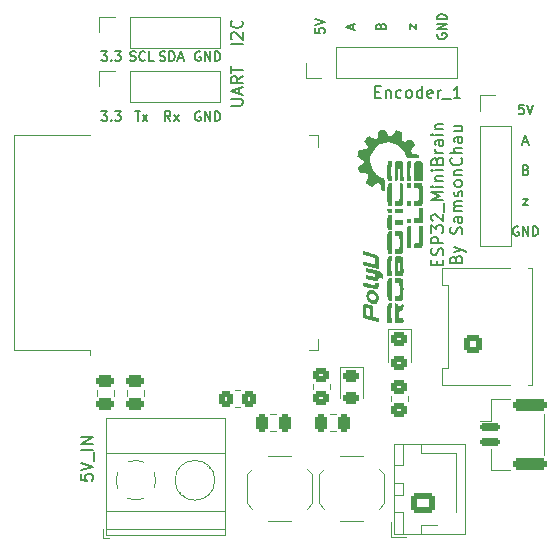
<source format=gto>
G04 #@! TF.GenerationSoftware,KiCad,Pcbnew,6.0.4-6f826c9f35~116~ubuntu18.04.1*
G04 #@! TF.CreationDate,2022-04-26T12:07:31+08:00*
G04 #@! TF.ProjectId,ESP32_CAN_TEST,45535033-325f-4434-914e-5f544553542e,rev?*
G04 #@! TF.SameCoordinates,Original*
G04 #@! TF.FileFunction,Legend,Top*
G04 #@! TF.FilePolarity,Positive*
%FSLAX46Y46*%
G04 Gerber Fmt 4.6, Leading zero omitted, Abs format (unit mm)*
G04 Created by KiCad (PCBNEW 6.0.4-6f826c9f35~116~ubuntu18.04.1) date 2022-04-26 12:07:31*
%MOMM*%
%LPD*%
G01*
G04 APERTURE LIST*
G04 Aperture macros list*
%AMRoundRect*
0 Rectangle with rounded corners*
0 $1 Rounding radius*
0 $2 $3 $4 $5 $6 $7 $8 $9 X,Y pos of 4 corners*
0 Add a 4 corners polygon primitive as box body*
4,1,4,$2,$3,$4,$5,$6,$7,$8,$9,$2,$3,0*
0 Add four circle primitives for the rounded corners*
1,1,$1+$1,$2,$3*
1,1,$1+$1,$4,$5*
1,1,$1+$1,$6,$7*
1,1,$1+$1,$8,$9*
0 Add four rect primitives between the rounded corners*
20,1,$1+$1,$2,$3,$4,$5,0*
20,1,$1+$1,$4,$5,$6,$7,0*
20,1,$1+$1,$6,$7,$8,$9,0*
20,1,$1+$1,$8,$9,$2,$3,0*%
G04 Aperture macros list end*
%ADD10C,0.150000*%
%ADD11C,0.120000*%
%ADD12RoundRect,0.250000X-0.475000X0.250000X-0.475000X-0.250000X0.475000X-0.250000X0.475000X0.250000X0*%
%ADD13RoundRect,0.243750X-0.456250X0.243750X-0.456250X-0.243750X0.456250X-0.243750X0.456250X0.243750X0*%
%ADD14C,1.200000*%
%ADD15RoundRect,0.250000X0.750000X-0.600000X0.750000X0.600000X-0.750000X0.600000X-0.750000X-0.600000X0*%
%ADD16O,2.000000X1.700000*%
%ADD17RoundRect,0.250000X-0.450000X0.325000X-0.450000X-0.325000X0.450000X-0.325000X0.450000X0.325000X0*%
%ADD18C,1.000000*%
%ADD19RoundRect,0.250001X0.499999X-0.499999X0.499999X0.499999X-0.499999X0.499999X-0.499999X-0.499999X0*%
%ADD20C,1.500000*%
%ADD21R,1.700000X1.700000*%
%ADD22O,1.700000X1.700000*%
%ADD23RoundRect,0.250000X-0.250000X-0.475000X0.250000X-0.475000X0.250000X0.475000X-0.250000X0.475000X0*%
%ADD24R,2.600000X2.600000*%
%ADD25C,2.600000*%
%ADD26RoundRect,0.150000X-0.700000X0.150000X-0.700000X-0.150000X0.700000X-0.150000X0.700000X0.150000X0*%
%ADD27RoundRect,0.250000X-1.150000X0.250000X-1.150000X-0.250000X1.150000X-0.250000X1.150000X0.250000X0*%
%ADD28R,1.000000X1.700000*%
%ADD29R,0.900000X2.000000*%
%ADD30R,2.000000X0.900000*%
%ADD31R,5.000000X5.000000*%
%ADD32RoundRect,0.250000X0.450000X-0.350000X0.450000X0.350000X-0.450000X0.350000X-0.450000X-0.350000X0*%
%ADD33RoundRect,0.250000X-0.450000X0.350000X-0.450000X-0.350000X0.450000X-0.350000X0.450000X0.350000X0*%
%ADD34RoundRect,0.250000X-0.350000X-0.450000X0.350000X-0.450000X0.350000X0.450000X-0.350000X0.450000X0*%
G04 APERTURE END LIST*
D10*
X120848380Y-44156190D02*
X119848380Y-44156190D01*
X119943619Y-43727619D02*
X119896000Y-43680000D01*
X119848380Y-43584761D01*
X119848380Y-43346666D01*
X119896000Y-43251428D01*
X119943619Y-43203809D01*
X120038857Y-43156190D01*
X120134095Y-43156190D01*
X120276952Y-43203809D01*
X120848380Y-43775238D01*
X120848380Y-43156190D01*
X120753142Y-42156190D02*
X120800761Y-42203809D01*
X120848380Y-42346666D01*
X120848380Y-42441904D01*
X120800761Y-42584761D01*
X120705523Y-42680000D01*
X120610285Y-42727619D01*
X120419809Y-42775238D01*
X120276952Y-42775238D01*
X120086476Y-42727619D01*
X119991238Y-42680000D01*
X119896000Y-42584761D01*
X119848380Y-42441904D01*
X119848380Y-42346666D01*
X119896000Y-42203809D01*
X119943619Y-42156190D01*
X113836571Y-45535809D02*
X113950857Y-45573904D01*
X114141333Y-45573904D01*
X114217523Y-45535809D01*
X114255619Y-45497714D01*
X114293714Y-45421523D01*
X114293714Y-45345333D01*
X114255619Y-45269142D01*
X114217523Y-45231047D01*
X114141333Y-45192952D01*
X113988952Y-45154857D01*
X113912761Y-45116761D01*
X113874666Y-45078666D01*
X113836571Y-45002476D01*
X113836571Y-44926285D01*
X113874666Y-44850095D01*
X113912761Y-44812000D01*
X113988952Y-44773904D01*
X114179428Y-44773904D01*
X114293714Y-44812000D01*
X114636571Y-45573904D02*
X114636571Y-44773904D01*
X114827047Y-44773904D01*
X114941333Y-44812000D01*
X115017523Y-44888190D01*
X115055619Y-44964380D01*
X115093714Y-45116761D01*
X115093714Y-45231047D01*
X115055619Y-45383428D01*
X115017523Y-45459619D01*
X114941333Y-45535809D01*
X114827047Y-45573904D01*
X114636571Y-45573904D01*
X115398476Y-45345333D02*
X115779428Y-45345333D01*
X115322285Y-45573904D02*
X115588952Y-44773904D01*
X115855619Y-45573904D01*
X108889904Y-49853904D02*
X109385142Y-49853904D01*
X109118476Y-50158666D01*
X109232761Y-50158666D01*
X109308952Y-50196761D01*
X109347047Y-50234857D01*
X109385142Y-50311047D01*
X109385142Y-50501523D01*
X109347047Y-50577714D01*
X109308952Y-50615809D01*
X109232761Y-50653904D01*
X109004190Y-50653904D01*
X108928000Y-50615809D01*
X108889904Y-50577714D01*
X109728000Y-50577714D02*
X109766095Y-50615809D01*
X109728000Y-50653904D01*
X109689904Y-50615809D01*
X109728000Y-50577714D01*
X109728000Y-50653904D01*
X110032761Y-49853904D02*
X110528000Y-49853904D01*
X110261333Y-50158666D01*
X110375619Y-50158666D01*
X110451809Y-50196761D01*
X110489904Y-50234857D01*
X110528000Y-50311047D01*
X110528000Y-50501523D01*
X110489904Y-50577714D01*
X110451809Y-50615809D01*
X110375619Y-50653904D01*
X110147047Y-50653904D01*
X110070857Y-50615809D01*
X110032761Y-50577714D01*
X119848380Y-49347238D02*
X120657904Y-49347238D01*
X120753142Y-49299619D01*
X120800761Y-49252000D01*
X120848380Y-49156761D01*
X120848380Y-48966285D01*
X120800761Y-48871047D01*
X120753142Y-48823428D01*
X120657904Y-48775809D01*
X119848380Y-48775809D01*
X120562666Y-48347238D02*
X120562666Y-47871047D01*
X120848380Y-48442476D02*
X119848380Y-48109142D01*
X120848380Y-47775809D01*
X120848380Y-46871047D02*
X120372190Y-47204380D01*
X120848380Y-47442476D02*
X119848380Y-47442476D01*
X119848380Y-47061523D01*
X119896000Y-46966285D01*
X119943619Y-46918666D01*
X120038857Y-46871047D01*
X120181714Y-46871047D01*
X120276952Y-46918666D01*
X120324571Y-46966285D01*
X120372190Y-47061523D01*
X120372190Y-47442476D01*
X119848380Y-46585333D02*
X119848380Y-46013904D01*
X120848380Y-46299619D02*
X119848380Y-46299619D01*
X117246476Y-44812000D02*
X117170285Y-44773904D01*
X117056000Y-44773904D01*
X116941714Y-44812000D01*
X116865523Y-44888190D01*
X116827428Y-44964380D01*
X116789333Y-45116761D01*
X116789333Y-45231047D01*
X116827428Y-45383428D01*
X116865523Y-45459619D01*
X116941714Y-45535809D01*
X117056000Y-45573904D01*
X117132190Y-45573904D01*
X117246476Y-45535809D01*
X117284571Y-45497714D01*
X117284571Y-45231047D01*
X117132190Y-45231047D01*
X117627428Y-45573904D02*
X117627428Y-44773904D01*
X118084571Y-45573904D01*
X118084571Y-44773904D01*
X118465523Y-45573904D02*
X118465523Y-44773904D01*
X118656000Y-44773904D01*
X118770285Y-44812000D01*
X118846476Y-44888190D01*
X118884571Y-44964380D01*
X118922666Y-45116761D01*
X118922666Y-45231047D01*
X118884571Y-45383428D01*
X118846476Y-45459619D01*
X118770285Y-45535809D01*
X118656000Y-45573904D01*
X118465523Y-45573904D01*
X114731809Y-50653904D02*
X114465142Y-50272952D01*
X114274666Y-50653904D02*
X114274666Y-49853904D01*
X114579428Y-49853904D01*
X114655619Y-49892000D01*
X114693714Y-49930095D01*
X114731809Y-50006285D01*
X114731809Y-50120571D01*
X114693714Y-50196761D01*
X114655619Y-50234857D01*
X114579428Y-50272952D01*
X114274666Y-50272952D01*
X114998476Y-50653904D02*
X115417523Y-50120571D01*
X114998476Y-50120571D02*
X115417523Y-50653904D01*
X137299571Y-62872190D02*
X137299571Y-62538857D01*
X137823380Y-62396000D02*
X137823380Y-62872190D01*
X136823380Y-62872190D01*
X136823380Y-62396000D01*
X137775761Y-62015047D02*
X137823380Y-61872190D01*
X137823380Y-61634095D01*
X137775761Y-61538857D01*
X137728142Y-61491238D01*
X137632904Y-61443619D01*
X137537666Y-61443619D01*
X137442428Y-61491238D01*
X137394809Y-61538857D01*
X137347190Y-61634095D01*
X137299571Y-61824571D01*
X137251952Y-61919809D01*
X137204333Y-61967428D01*
X137109095Y-62015047D01*
X137013857Y-62015047D01*
X136918619Y-61967428D01*
X136871000Y-61919809D01*
X136823380Y-61824571D01*
X136823380Y-61586476D01*
X136871000Y-61443619D01*
X137823380Y-61015047D02*
X136823380Y-61015047D01*
X136823380Y-60634095D01*
X136871000Y-60538857D01*
X136918619Y-60491238D01*
X137013857Y-60443619D01*
X137156714Y-60443619D01*
X137251952Y-60491238D01*
X137299571Y-60538857D01*
X137347190Y-60634095D01*
X137347190Y-61015047D01*
X136823380Y-60110285D02*
X136823380Y-59491238D01*
X137204333Y-59824571D01*
X137204333Y-59681714D01*
X137251952Y-59586476D01*
X137299571Y-59538857D01*
X137394809Y-59491238D01*
X137632904Y-59491238D01*
X137728142Y-59538857D01*
X137775761Y-59586476D01*
X137823380Y-59681714D01*
X137823380Y-59967428D01*
X137775761Y-60062666D01*
X137728142Y-60110285D01*
X136918619Y-59110285D02*
X136871000Y-59062666D01*
X136823380Y-58967428D01*
X136823380Y-58729333D01*
X136871000Y-58634095D01*
X136918619Y-58586476D01*
X137013857Y-58538857D01*
X137109095Y-58538857D01*
X137251952Y-58586476D01*
X137823380Y-59157904D01*
X137823380Y-58538857D01*
X137918619Y-58348380D02*
X137918619Y-57586476D01*
X137823380Y-57348380D02*
X136823380Y-57348380D01*
X137537666Y-57015047D01*
X136823380Y-56681714D01*
X137823380Y-56681714D01*
X137823380Y-56205523D02*
X137156714Y-56205523D01*
X136823380Y-56205523D02*
X136871000Y-56253142D01*
X136918619Y-56205523D01*
X136871000Y-56157904D01*
X136823380Y-56205523D01*
X136918619Y-56205523D01*
X137156714Y-55729333D02*
X137823380Y-55729333D01*
X137251952Y-55729333D02*
X137204333Y-55681714D01*
X137156714Y-55586476D01*
X137156714Y-55443619D01*
X137204333Y-55348380D01*
X137299571Y-55300761D01*
X137823380Y-55300761D01*
X137823380Y-54824571D02*
X137156714Y-54824571D01*
X136823380Y-54824571D02*
X136871000Y-54872190D01*
X136918619Y-54824571D01*
X136871000Y-54776952D01*
X136823380Y-54824571D01*
X136918619Y-54824571D01*
X137299571Y-54015047D02*
X137347190Y-53872190D01*
X137394809Y-53824571D01*
X137490047Y-53776952D01*
X137632904Y-53776952D01*
X137728142Y-53824571D01*
X137775761Y-53872190D01*
X137823380Y-53967428D01*
X137823380Y-54348380D01*
X136823380Y-54348380D01*
X136823380Y-54015047D01*
X136871000Y-53919809D01*
X136918619Y-53872190D01*
X137013857Y-53824571D01*
X137109095Y-53824571D01*
X137204333Y-53872190D01*
X137251952Y-53919809D01*
X137299571Y-54015047D01*
X137299571Y-54348380D01*
X137823380Y-53348380D02*
X137156714Y-53348380D01*
X137347190Y-53348380D02*
X137251952Y-53300761D01*
X137204333Y-53253142D01*
X137156714Y-53157904D01*
X137156714Y-53062666D01*
X137823380Y-52300761D02*
X137299571Y-52300761D01*
X137204333Y-52348380D01*
X137156714Y-52443619D01*
X137156714Y-52634095D01*
X137204333Y-52729333D01*
X137775761Y-52300761D02*
X137823380Y-52396000D01*
X137823380Y-52634095D01*
X137775761Y-52729333D01*
X137680523Y-52776952D01*
X137585285Y-52776952D01*
X137490047Y-52729333D01*
X137442428Y-52634095D01*
X137442428Y-52396000D01*
X137394809Y-52300761D01*
X137823380Y-51824571D02*
X137156714Y-51824571D01*
X136823380Y-51824571D02*
X136871000Y-51872190D01*
X136918619Y-51824571D01*
X136871000Y-51776952D01*
X136823380Y-51824571D01*
X136918619Y-51824571D01*
X137156714Y-51348380D02*
X137823380Y-51348380D01*
X137251952Y-51348380D02*
X137204333Y-51300761D01*
X137156714Y-51205523D01*
X137156714Y-51062666D01*
X137204333Y-50967428D01*
X137299571Y-50919809D01*
X137823380Y-50919809D01*
X138909571Y-62348380D02*
X138957190Y-62205523D01*
X139004809Y-62157904D01*
X139100047Y-62110285D01*
X139242904Y-62110285D01*
X139338142Y-62157904D01*
X139385761Y-62205523D01*
X139433380Y-62300761D01*
X139433380Y-62681714D01*
X138433380Y-62681714D01*
X138433380Y-62348380D01*
X138481000Y-62253142D01*
X138528619Y-62205523D01*
X138623857Y-62157904D01*
X138719095Y-62157904D01*
X138814333Y-62205523D01*
X138861952Y-62253142D01*
X138909571Y-62348380D01*
X138909571Y-62681714D01*
X138766714Y-61776952D02*
X139433380Y-61538857D01*
X138766714Y-61300761D02*
X139433380Y-61538857D01*
X139671476Y-61634095D01*
X139719095Y-61681714D01*
X139766714Y-61776952D01*
X139385761Y-60205523D02*
X139433380Y-60062666D01*
X139433380Y-59824571D01*
X139385761Y-59729333D01*
X139338142Y-59681714D01*
X139242904Y-59634095D01*
X139147666Y-59634095D01*
X139052428Y-59681714D01*
X139004809Y-59729333D01*
X138957190Y-59824571D01*
X138909571Y-60015047D01*
X138861952Y-60110285D01*
X138814333Y-60157904D01*
X138719095Y-60205523D01*
X138623857Y-60205523D01*
X138528619Y-60157904D01*
X138481000Y-60110285D01*
X138433380Y-60015047D01*
X138433380Y-59776952D01*
X138481000Y-59634095D01*
X139433380Y-58776952D02*
X138909571Y-58776952D01*
X138814333Y-58824571D01*
X138766714Y-58919809D01*
X138766714Y-59110285D01*
X138814333Y-59205523D01*
X139385761Y-58776952D02*
X139433380Y-58872190D01*
X139433380Y-59110285D01*
X139385761Y-59205523D01*
X139290523Y-59253142D01*
X139195285Y-59253142D01*
X139100047Y-59205523D01*
X139052428Y-59110285D01*
X139052428Y-58872190D01*
X139004809Y-58776952D01*
X139433380Y-58300761D02*
X138766714Y-58300761D01*
X138861952Y-58300761D02*
X138814333Y-58253142D01*
X138766714Y-58157904D01*
X138766714Y-58015047D01*
X138814333Y-57919809D01*
X138909571Y-57872190D01*
X139433380Y-57872190D01*
X138909571Y-57872190D02*
X138814333Y-57824571D01*
X138766714Y-57729333D01*
X138766714Y-57586476D01*
X138814333Y-57491238D01*
X138909571Y-57443619D01*
X139433380Y-57443619D01*
X139385761Y-57015047D02*
X139433380Y-56919809D01*
X139433380Y-56729333D01*
X139385761Y-56634095D01*
X139290523Y-56586476D01*
X139242904Y-56586476D01*
X139147666Y-56634095D01*
X139100047Y-56729333D01*
X139100047Y-56872190D01*
X139052428Y-56967428D01*
X138957190Y-57015047D01*
X138909571Y-57015047D01*
X138814333Y-56967428D01*
X138766714Y-56872190D01*
X138766714Y-56729333D01*
X138814333Y-56634095D01*
X139433380Y-56015047D02*
X139385761Y-56110285D01*
X139338142Y-56157904D01*
X139242904Y-56205523D01*
X138957190Y-56205523D01*
X138861952Y-56157904D01*
X138814333Y-56110285D01*
X138766714Y-56015047D01*
X138766714Y-55872190D01*
X138814333Y-55776952D01*
X138861952Y-55729333D01*
X138957190Y-55681714D01*
X139242904Y-55681714D01*
X139338142Y-55729333D01*
X139385761Y-55776952D01*
X139433380Y-55872190D01*
X139433380Y-56015047D01*
X138766714Y-55253142D02*
X139433380Y-55253142D01*
X138861952Y-55253142D02*
X138814333Y-55205523D01*
X138766714Y-55110285D01*
X138766714Y-54967428D01*
X138814333Y-54872190D01*
X138909571Y-54824571D01*
X139433380Y-54824571D01*
X139338142Y-53776952D02*
X139385761Y-53824571D01*
X139433380Y-53967428D01*
X139433380Y-54062666D01*
X139385761Y-54205523D01*
X139290523Y-54300761D01*
X139195285Y-54348380D01*
X139004809Y-54396000D01*
X138861952Y-54396000D01*
X138671476Y-54348380D01*
X138576238Y-54300761D01*
X138481000Y-54205523D01*
X138433380Y-54062666D01*
X138433380Y-53967428D01*
X138481000Y-53824571D01*
X138528619Y-53776952D01*
X139433380Y-53348380D02*
X138433380Y-53348380D01*
X139433380Y-52919809D02*
X138909571Y-52919809D01*
X138814333Y-52967428D01*
X138766714Y-53062666D01*
X138766714Y-53205523D01*
X138814333Y-53300761D01*
X138861952Y-53348380D01*
X139433380Y-52015047D02*
X138909571Y-52015047D01*
X138814333Y-52062666D01*
X138766714Y-52157904D01*
X138766714Y-52348380D01*
X138814333Y-52443619D01*
X139385761Y-52015047D02*
X139433380Y-52110285D01*
X139433380Y-52348380D01*
X139385761Y-52443619D01*
X139290523Y-52491238D01*
X139195285Y-52491238D01*
X139100047Y-52443619D01*
X139052428Y-52348380D01*
X139052428Y-52110285D01*
X139004809Y-52015047D01*
X138766714Y-51110285D02*
X139433380Y-51110285D01*
X138766714Y-51538857D02*
X139290523Y-51538857D01*
X139385761Y-51491238D01*
X139433380Y-51396000D01*
X139433380Y-51253142D01*
X139385761Y-51157904D01*
X139338142Y-51110285D01*
X111315619Y-45535809D02*
X111429904Y-45573904D01*
X111620380Y-45573904D01*
X111696571Y-45535809D01*
X111734666Y-45497714D01*
X111772761Y-45421523D01*
X111772761Y-45345333D01*
X111734666Y-45269142D01*
X111696571Y-45231047D01*
X111620380Y-45192952D01*
X111468000Y-45154857D01*
X111391809Y-45116761D01*
X111353714Y-45078666D01*
X111315619Y-45002476D01*
X111315619Y-44926285D01*
X111353714Y-44850095D01*
X111391809Y-44812000D01*
X111468000Y-44773904D01*
X111658476Y-44773904D01*
X111772761Y-44812000D01*
X112572761Y-45497714D02*
X112534666Y-45535809D01*
X112420380Y-45573904D01*
X112344190Y-45573904D01*
X112229904Y-45535809D01*
X112153714Y-45459619D01*
X112115619Y-45383428D01*
X112077523Y-45231047D01*
X112077523Y-45116761D01*
X112115619Y-44964380D01*
X112153714Y-44888190D01*
X112229904Y-44812000D01*
X112344190Y-44773904D01*
X112420380Y-44773904D01*
X112534666Y-44812000D01*
X112572761Y-44850095D01*
X113296571Y-45573904D02*
X112915619Y-45573904D01*
X112915619Y-44773904D01*
X126997904Y-42824380D02*
X126997904Y-43205333D01*
X127378857Y-43243428D01*
X127340761Y-43205333D01*
X127302666Y-43129142D01*
X127302666Y-42938666D01*
X127340761Y-42862476D01*
X127378857Y-42824380D01*
X127455047Y-42786285D01*
X127645523Y-42786285D01*
X127721714Y-42824380D01*
X127759809Y-42862476D01*
X127797904Y-42938666D01*
X127797904Y-43129142D01*
X127759809Y-43205333D01*
X127721714Y-43243428D01*
X126997904Y-42557714D02*
X127797904Y-42291047D01*
X126997904Y-42024380D01*
X130145333Y-42862476D02*
X130145333Y-42481523D01*
X130373904Y-42938666D02*
X129573904Y-42672000D01*
X130373904Y-42405333D01*
X132530857Y-42614857D02*
X132568952Y-42500571D01*
X132607047Y-42462476D01*
X132683238Y-42424380D01*
X132797523Y-42424380D01*
X132873714Y-42462476D01*
X132911809Y-42500571D01*
X132949904Y-42576761D01*
X132949904Y-42881523D01*
X132149904Y-42881523D01*
X132149904Y-42614857D01*
X132188000Y-42538666D01*
X132226095Y-42500571D01*
X132302285Y-42462476D01*
X132378476Y-42462476D01*
X132454666Y-42500571D01*
X132492761Y-42538666D01*
X132530857Y-42614857D01*
X132530857Y-42881523D01*
X134992571Y-42881523D02*
X134992571Y-42462476D01*
X135525904Y-42881523D01*
X135525904Y-42462476D01*
X137340000Y-43281523D02*
X137301904Y-43357714D01*
X137301904Y-43472000D01*
X137340000Y-43586285D01*
X137416190Y-43662476D01*
X137492380Y-43700571D01*
X137644761Y-43738666D01*
X137759047Y-43738666D01*
X137911428Y-43700571D01*
X137987619Y-43662476D01*
X138063809Y-43586285D01*
X138101904Y-43472000D01*
X138101904Y-43395809D01*
X138063809Y-43281523D01*
X138025714Y-43243428D01*
X137759047Y-43243428D01*
X137759047Y-43395809D01*
X138101904Y-42900571D02*
X137301904Y-42900571D01*
X138101904Y-42443428D01*
X137301904Y-42443428D01*
X138101904Y-42062476D02*
X137301904Y-42062476D01*
X137301904Y-41872000D01*
X137340000Y-41757714D01*
X137416190Y-41681523D01*
X137492380Y-41643428D01*
X137644761Y-41605333D01*
X137759047Y-41605333D01*
X137911428Y-41643428D01*
X137987619Y-41681523D01*
X138063809Y-41757714D01*
X138101904Y-41872000D01*
X138101904Y-42062476D01*
X108889904Y-44773904D02*
X109385142Y-44773904D01*
X109118476Y-45078666D01*
X109232761Y-45078666D01*
X109308952Y-45116761D01*
X109347047Y-45154857D01*
X109385142Y-45231047D01*
X109385142Y-45421523D01*
X109347047Y-45497714D01*
X109308952Y-45535809D01*
X109232761Y-45573904D01*
X109004190Y-45573904D01*
X108928000Y-45535809D01*
X108889904Y-45497714D01*
X109728000Y-45497714D02*
X109766095Y-45535809D01*
X109728000Y-45573904D01*
X109689904Y-45535809D01*
X109728000Y-45497714D01*
X109728000Y-45573904D01*
X110032761Y-44773904D02*
X110528000Y-44773904D01*
X110261333Y-45078666D01*
X110375619Y-45078666D01*
X110451809Y-45116761D01*
X110489904Y-45154857D01*
X110528000Y-45231047D01*
X110528000Y-45421523D01*
X110489904Y-45497714D01*
X110451809Y-45535809D01*
X110375619Y-45573904D01*
X110147047Y-45573904D01*
X110070857Y-45535809D01*
X110032761Y-45497714D01*
X107148380Y-80581333D02*
X107148380Y-81057523D01*
X107624571Y-81105142D01*
X107576952Y-81057523D01*
X107529333Y-80962285D01*
X107529333Y-80724190D01*
X107576952Y-80628952D01*
X107624571Y-80581333D01*
X107719809Y-80533714D01*
X107957904Y-80533714D01*
X108053142Y-80581333D01*
X108100761Y-80628952D01*
X108148380Y-80724190D01*
X108148380Y-80962285D01*
X108100761Y-81057523D01*
X108053142Y-81105142D01*
X107148380Y-80248000D02*
X108148380Y-79914666D01*
X107148380Y-79581333D01*
X108243619Y-79486095D02*
X108243619Y-78724190D01*
X108148380Y-78486095D02*
X107148380Y-78486095D01*
X108148380Y-78009904D02*
X107148380Y-78009904D01*
X108148380Y-77438476D01*
X107148380Y-77438476D01*
X132040761Y-48188571D02*
X132374095Y-48188571D01*
X132516952Y-48712380D02*
X132040761Y-48712380D01*
X132040761Y-47712380D01*
X132516952Y-47712380D01*
X132945523Y-48045714D02*
X132945523Y-48712380D01*
X132945523Y-48140952D02*
X132993142Y-48093333D01*
X133088380Y-48045714D01*
X133231238Y-48045714D01*
X133326476Y-48093333D01*
X133374095Y-48188571D01*
X133374095Y-48712380D01*
X134278857Y-48664761D02*
X134183619Y-48712380D01*
X133993142Y-48712380D01*
X133897904Y-48664761D01*
X133850285Y-48617142D01*
X133802666Y-48521904D01*
X133802666Y-48236190D01*
X133850285Y-48140952D01*
X133897904Y-48093333D01*
X133993142Y-48045714D01*
X134183619Y-48045714D01*
X134278857Y-48093333D01*
X134850285Y-48712380D02*
X134755047Y-48664761D01*
X134707428Y-48617142D01*
X134659809Y-48521904D01*
X134659809Y-48236190D01*
X134707428Y-48140952D01*
X134755047Y-48093333D01*
X134850285Y-48045714D01*
X134993142Y-48045714D01*
X135088380Y-48093333D01*
X135136000Y-48140952D01*
X135183619Y-48236190D01*
X135183619Y-48521904D01*
X135136000Y-48617142D01*
X135088380Y-48664761D01*
X134993142Y-48712380D01*
X134850285Y-48712380D01*
X136040761Y-48712380D02*
X136040761Y-47712380D01*
X136040761Y-48664761D02*
X135945523Y-48712380D01*
X135755047Y-48712380D01*
X135659809Y-48664761D01*
X135612190Y-48617142D01*
X135564571Y-48521904D01*
X135564571Y-48236190D01*
X135612190Y-48140952D01*
X135659809Y-48093333D01*
X135755047Y-48045714D01*
X135945523Y-48045714D01*
X136040761Y-48093333D01*
X136897904Y-48664761D02*
X136802666Y-48712380D01*
X136612190Y-48712380D01*
X136516952Y-48664761D01*
X136469333Y-48569523D01*
X136469333Y-48188571D01*
X136516952Y-48093333D01*
X136612190Y-48045714D01*
X136802666Y-48045714D01*
X136897904Y-48093333D01*
X136945523Y-48188571D01*
X136945523Y-48283809D01*
X136469333Y-48379047D01*
X137374095Y-48712380D02*
X137374095Y-48045714D01*
X137374095Y-48236190D02*
X137421714Y-48140952D01*
X137469333Y-48093333D01*
X137564571Y-48045714D01*
X137659809Y-48045714D01*
X137755047Y-48807619D02*
X138516952Y-48807619D01*
X139278857Y-48712380D02*
X138707428Y-48712380D01*
X138993142Y-48712380D02*
X138993142Y-47712380D01*
X138897904Y-47855238D01*
X138802666Y-47950476D01*
X138707428Y-47998095D01*
X117246476Y-49892000D02*
X117170285Y-49853904D01*
X117056000Y-49853904D01*
X116941714Y-49892000D01*
X116865523Y-49968190D01*
X116827428Y-50044380D01*
X116789333Y-50196761D01*
X116789333Y-50311047D01*
X116827428Y-50463428D01*
X116865523Y-50539619D01*
X116941714Y-50615809D01*
X117056000Y-50653904D01*
X117132190Y-50653904D01*
X117246476Y-50615809D01*
X117284571Y-50577714D01*
X117284571Y-50311047D01*
X117132190Y-50311047D01*
X117627428Y-50653904D02*
X117627428Y-49853904D01*
X118084571Y-50653904D01*
X118084571Y-49853904D01*
X118465523Y-50653904D02*
X118465523Y-49853904D01*
X118656000Y-49853904D01*
X118770285Y-49892000D01*
X118846476Y-49968190D01*
X118884571Y-50044380D01*
X118922666Y-50196761D01*
X118922666Y-50311047D01*
X118884571Y-50463428D01*
X118846476Y-50539619D01*
X118770285Y-50615809D01*
X118656000Y-50653904D01*
X118465523Y-50653904D01*
X144627619Y-49273904D02*
X144246666Y-49273904D01*
X144208571Y-49654857D01*
X144246666Y-49616761D01*
X144322857Y-49578666D01*
X144513333Y-49578666D01*
X144589523Y-49616761D01*
X144627619Y-49654857D01*
X144665714Y-49731047D01*
X144665714Y-49921523D01*
X144627619Y-49997714D01*
X144589523Y-50035809D01*
X144513333Y-50073904D01*
X144322857Y-50073904D01*
X144246666Y-50035809D01*
X144208571Y-49997714D01*
X144894285Y-49273904D02*
X145160952Y-50073904D01*
X145427619Y-49273904D01*
X144589523Y-52421333D02*
X144970476Y-52421333D01*
X144513333Y-52649904D02*
X144780000Y-51849904D01*
X145046666Y-52649904D01*
X144837142Y-54806857D02*
X144951428Y-54844952D01*
X144989523Y-54883047D01*
X145027619Y-54959238D01*
X145027619Y-55073523D01*
X144989523Y-55149714D01*
X144951428Y-55187809D01*
X144875238Y-55225904D01*
X144570476Y-55225904D01*
X144570476Y-54425904D01*
X144837142Y-54425904D01*
X144913333Y-54464000D01*
X144951428Y-54502095D01*
X144989523Y-54578285D01*
X144989523Y-54654476D01*
X144951428Y-54730666D01*
X144913333Y-54768761D01*
X144837142Y-54806857D01*
X144570476Y-54806857D01*
X144570476Y-57268571D02*
X144989523Y-57268571D01*
X144570476Y-57801904D01*
X144989523Y-57801904D01*
X144170476Y-59616000D02*
X144094285Y-59577904D01*
X143980000Y-59577904D01*
X143865714Y-59616000D01*
X143789523Y-59692190D01*
X143751428Y-59768380D01*
X143713333Y-59920761D01*
X143713333Y-60035047D01*
X143751428Y-60187428D01*
X143789523Y-60263619D01*
X143865714Y-60339809D01*
X143980000Y-60377904D01*
X144056190Y-60377904D01*
X144170476Y-60339809D01*
X144208571Y-60301714D01*
X144208571Y-60035047D01*
X144056190Y-60035047D01*
X144551428Y-60377904D02*
X144551428Y-59577904D01*
X145008571Y-60377904D01*
X145008571Y-59577904D01*
X145389523Y-60377904D02*
X145389523Y-59577904D01*
X145580000Y-59577904D01*
X145694285Y-59616000D01*
X145770476Y-59692190D01*
X145808571Y-59768380D01*
X145846666Y-59920761D01*
X145846666Y-60035047D01*
X145808571Y-60187428D01*
X145770476Y-60263619D01*
X145694285Y-60339809D01*
X145580000Y-60377904D01*
X145389523Y-60377904D01*
X111715619Y-49853904D02*
X112172761Y-49853904D01*
X111944190Y-50653904D02*
X111944190Y-49853904D01*
X112363238Y-50653904D02*
X112782285Y-50120571D01*
X112363238Y-50120571D02*
X112782285Y-50653904D01*
D11*
X111025000Y-73398748D02*
X111025000Y-73921252D01*
X112495000Y-73398748D02*
X112495000Y-73921252D01*
G36*
X133508391Y-54275712D02*
G01*
X133502762Y-54413680D01*
X133484684Y-54498540D01*
X133460587Y-54534245D01*
X133438022Y-54568139D01*
X133423430Y-54632198D01*
X133415473Y-54737124D01*
X133412810Y-54893619D01*
X133412783Y-54916200D01*
X133414904Y-55079551D01*
X133422160Y-55190058D01*
X133435892Y-55258423D01*
X133457437Y-55295349D01*
X133460587Y-55298155D01*
X133491070Y-55352151D01*
X133506109Y-55455404D01*
X133508391Y-55542438D01*
X133508391Y-55747096D01*
X133341851Y-55737475D01*
X133267627Y-55731347D01*
X133210005Y-55717725D01*
X133166877Y-55689336D01*
X133136137Y-55638901D01*
X133115678Y-55559145D01*
X133103393Y-55442792D01*
X133097174Y-55282565D01*
X133094915Y-55071189D01*
X133094558Y-54883496D01*
X133094961Y-54633108D01*
X133098046Y-54439171D01*
X133106047Y-54294477D01*
X133121199Y-54191820D01*
X133145735Y-54123992D01*
X133181891Y-54083786D01*
X133231900Y-54063995D01*
X133297996Y-54057412D01*
X133350851Y-54056802D01*
X133508391Y-54056802D01*
X133508391Y-54275712D01*
G37*
G36*
X131375264Y-67435679D02*
G01*
X131243852Y-67398586D01*
X131154157Y-67370004D01*
X131121287Y-67356116D01*
X131070499Y-67313507D01*
X131034300Y-67252324D01*
X131010488Y-67162479D01*
X130996863Y-67033882D01*
X130991221Y-66856445D01*
X130990700Y-66757746D01*
X130991310Y-66588495D01*
X130994532Y-66470055D01*
X130994624Y-66469123D01*
X131309395Y-66469123D01*
X131309395Y-67096202D01*
X131452808Y-67128978D01*
X131596221Y-67161755D01*
X131596221Y-66850020D01*
X131594829Y-66704475D01*
X131589301Y-66610650D01*
X131577605Y-66556641D01*
X131557709Y-66530544D01*
X131540449Y-66523183D01*
X131466850Y-66504762D01*
X131397036Y-66488602D01*
X131309395Y-66469123D01*
X130994624Y-66469123D01*
X131002452Y-66389583D01*
X131017158Y-66334233D01*
X131040736Y-66291160D01*
X131073207Y-66249971D01*
X131139487Y-66189758D01*
X131220430Y-66158080D01*
X131328525Y-66153651D01*
X131476258Y-66175188D01*
X131579835Y-66197848D01*
X131702708Y-66231405D01*
X131791402Y-66272270D01*
X131851413Y-66330663D01*
X131888236Y-66416807D01*
X131907368Y-66540919D01*
X131914304Y-66713222D01*
X131914916Y-66821009D01*
X131914916Y-67231792D01*
X132036163Y-67264399D01*
X132146802Y-67292237D01*
X132252248Y-67315932D01*
X132259249Y-67317349D01*
X132317766Y-67332416D01*
X132348051Y-67359138D01*
X132359394Y-67415173D01*
X132361089Y-67510920D01*
X132358496Y-67610223D01*
X132347574Y-67659152D01*
X132323611Y-67670891D01*
X132305317Y-67666949D01*
X132256892Y-67654097D01*
X132157912Y-67629340D01*
X132019835Y-67595492D01*
X131854117Y-67555367D01*
X131716573Y-67522365D01*
X131596221Y-67492693D01*
X131536726Y-67478025D01*
X131375264Y-67435679D01*
G37*
G36*
X133508391Y-62313171D02*
G01*
X133503915Y-62434909D01*
X133488835Y-62505002D01*
X133460674Y-62534946D01*
X133460587Y-62534979D01*
X133440093Y-62553850D01*
X133426198Y-62598510D01*
X133417773Y-62678816D01*
X133413687Y-62804627D01*
X133412783Y-62952169D01*
X133413907Y-63120950D01*
X133418044Y-63235662D01*
X133426340Y-63305871D01*
X133439941Y-63341140D01*
X133459993Y-63351033D01*
X133460587Y-63351037D01*
X133487401Y-63364850D01*
X133502305Y-63414204D01*
X133508041Y-63510975D01*
X133508391Y-63557930D01*
X133508391Y-63764822D01*
X133094088Y-63764822D01*
X133094088Y-63007994D01*
X133094501Y-62745780D01*
X133097058Y-62540306D01*
X133103736Y-62384657D01*
X133116513Y-62271915D01*
X133137366Y-62195161D01*
X133168271Y-62147479D01*
X133211207Y-62121952D01*
X133268149Y-62111661D01*
X133341077Y-62109690D01*
X133350851Y-62109684D01*
X133508391Y-62109684D01*
X133508391Y-62313171D01*
G37*
G36*
X135133736Y-59308682D02*
G01*
X134946503Y-59308682D01*
X134841559Y-59306957D01*
X134783567Y-59296608D01*
X134755745Y-59269868D01*
X134741313Y-59218973D01*
X134740148Y-59213193D01*
X134732340Y-59107261D01*
X134740148Y-59022215D01*
X134754211Y-58968870D01*
X134780215Y-58940351D01*
X134834941Y-58928893D01*
X134935169Y-58926731D01*
X134946503Y-58926727D01*
X135133736Y-58926727D01*
X135133736Y-59308682D01*
G37*
G36*
X133835054Y-66094322D02*
G01*
X133915424Y-66116016D01*
X133971773Y-66173995D01*
X133995183Y-66215699D01*
X134039731Y-66284064D01*
X134080771Y-66316651D01*
X134089597Y-66316890D01*
X134134652Y-66293467D01*
X134211142Y-66243762D01*
X134275405Y-66198212D01*
X134358274Y-66143091D01*
X134420405Y-66112127D01*
X134443914Y-66110283D01*
X134455929Y-66153210D01*
X134462315Y-66237665D01*
X134463263Y-66341782D01*
X134458962Y-66443698D01*
X134449603Y-66521547D01*
X134440087Y-66550091D01*
X134404178Y-66584016D01*
X134331936Y-66642911D01*
X134238619Y-66714361D01*
X134233423Y-66718227D01*
X134050173Y-66854353D01*
X134050173Y-67329734D01*
X134237980Y-67329734D01*
X134353170Y-67334527D01*
X134418167Y-67351006D01*
X134445132Y-67380082D01*
X134458284Y-67446008D01*
X134463743Y-67538370D01*
X134461647Y-67632134D01*
X134452136Y-67702268D01*
X134443230Y-67722299D01*
X134404475Y-67730940D01*
X134316033Y-67737886D01*
X134191951Y-67742322D01*
X134076731Y-67743519D01*
X133731478Y-67743519D01*
X133731478Y-66084347D01*
X133835054Y-66094322D01*
G37*
G36*
X135133736Y-60465156D02*
G01*
X135133039Y-60702851D01*
X135131065Y-60919675D01*
X135127996Y-61107518D01*
X135124013Y-61258273D01*
X135119296Y-61363831D01*
X135114024Y-61416085D01*
X135112490Y-61420043D01*
X135053545Y-61441529D01*
X134965323Y-61438564D01*
X134875654Y-61414975D01*
X134816819Y-61379379D01*
X134785807Y-61342339D01*
X134761811Y-61295498D01*
X134744117Y-61231131D01*
X134732014Y-61141518D01*
X134724790Y-61018935D01*
X134721733Y-60855661D01*
X134722130Y-60643973D01*
X134725143Y-60385109D01*
X134728873Y-60150713D01*
X134733048Y-59971543D01*
X134738428Y-59839165D01*
X134745772Y-59745146D01*
X134755842Y-59681052D01*
X134769398Y-59638451D01*
X134787200Y-59608910D01*
X134796079Y-59598420D01*
X134868218Y-59549033D01*
X134975557Y-59531745D01*
X134995263Y-59531489D01*
X135133736Y-59531489D01*
X135133736Y-60465156D01*
G37*
G36*
X133508391Y-61886877D02*
G01*
X133350851Y-61886877D01*
X133277913Y-61885706D01*
X133220289Y-61877719D01*
X133176173Y-61856205D01*
X133143762Y-61814455D01*
X133121251Y-61745758D01*
X133106836Y-61643405D01*
X133098712Y-61500684D01*
X133095076Y-61310886D01*
X133094122Y-61067300D01*
X133094088Y-60931990D01*
X133094403Y-60660739D01*
X133096550Y-60446437D01*
X133102335Y-60282373D01*
X133113562Y-60161838D01*
X133132034Y-60078121D01*
X133159556Y-60024512D01*
X133197933Y-59994301D01*
X133248968Y-59980778D01*
X133314467Y-59977231D01*
X133350851Y-59977103D01*
X133508391Y-59977103D01*
X133508391Y-61886877D01*
G37*
G36*
X133715543Y-63748907D02*
G01*
X133715543Y-62996240D01*
X133715550Y-62970961D01*
X134018304Y-62970961D01*
X134019888Y-63139309D01*
X134025277Y-63252603D01*
X134035427Y-63319382D01*
X134051291Y-63348187D01*
X134060796Y-63351037D01*
X134114998Y-63336899D01*
X134124535Y-63329818D01*
X134136172Y-63286814D01*
X134143131Y-63197038D01*
X134145700Y-63077183D01*
X134144163Y-62943941D01*
X134138807Y-62814006D01*
X134129917Y-62704071D01*
X134117780Y-62630828D01*
X134112313Y-62615973D01*
X134077386Y-62569747D01*
X134051017Y-62579269D01*
X134032713Y-62646411D01*
X134021976Y-62773046D01*
X134018310Y-62961046D01*
X134018304Y-62970961D01*
X133715550Y-62970961D01*
X133715617Y-62735816D01*
X133717756Y-62532093D01*
X133724833Y-62378117D01*
X133739724Y-62266936D01*
X133765302Y-62191597D01*
X133804442Y-62145146D01*
X133860019Y-62120631D01*
X133934906Y-62111098D01*
X134031979Y-62109594D01*
X134082043Y-62109684D01*
X134189590Y-62109909D01*
X134273691Y-62115239D01*
X134337331Y-62132655D01*
X134383498Y-62169138D01*
X134415180Y-62231671D01*
X134435364Y-62327234D01*
X134447038Y-62462809D01*
X134453189Y-62645377D01*
X134456803Y-62881921D01*
X134458149Y-62988641D01*
X134460678Y-63232635D01*
X134460976Y-63419985D01*
X134458730Y-63557678D01*
X134453628Y-63652701D01*
X134445359Y-63712040D01*
X134433609Y-63742681D01*
X134424125Y-63750455D01*
X134375420Y-63756594D01*
X134278630Y-63759882D01*
X134149357Y-63760005D01*
X134060796Y-63758290D01*
X134048019Y-63758042D01*
X133715543Y-63748907D01*
G37*
G36*
X133508391Y-57844521D02*
G01*
X133350851Y-57844521D01*
X133277129Y-57843245D01*
X133219070Y-57834888D01*
X133174803Y-57812661D01*
X133142459Y-57769771D01*
X133120166Y-57699428D01*
X133106055Y-57594841D01*
X133098254Y-57449218D01*
X133094894Y-57255769D01*
X133094103Y-57007701D01*
X133094088Y-56912289D01*
X133094666Y-56637602D01*
X133097664Y-56419936D01*
X133104974Y-56252656D01*
X133118492Y-56129125D01*
X133140110Y-56042709D01*
X133171724Y-55986771D01*
X133215226Y-55954675D01*
X133272510Y-55939786D01*
X133345471Y-55935469D01*
X133372946Y-55935234D01*
X133508391Y-55934747D01*
X133508391Y-57844521D01*
G37*
G36*
X133508391Y-65865574D02*
G01*
X133350851Y-65865574D01*
X133277129Y-65864297D01*
X133219070Y-65855941D01*
X133174803Y-65833714D01*
X133142459Y-65790824D01*
X133120166Y-65720481D01*
X133106055Y-65615894D01*
X133098254Y-65470271D01*
X133094894Y-65276821D01*
X133094103Y-65028754D01*
X133094088Y-64933341D01*
X133094666Y-64658654D01*
X133097664Y-64440989D01*
X133104974Y-64273708D01*
X133118492Y-64150178D01*
X133140110Y-64063761D01*
X133171724Y-64007823D01*
X133215226Y-63975728D01*
X133272510Y-63960839D01*
X133345471Y-63956521D01*
X133372946Y-63956287D01*
X133508391Y-63955799D01*
X133508391Y-65865574D01*
G37*
G36*
X133501085Y-59217491D02*
G01*
X133503547Y-59434298D01*
X133503739Y-59595780D01*
X133501114Y-59710250D01*
X133495126Y-59786019D01*
X133485226Y-59831399D01*
X133470867Y-59854702D01*
X133458642Y-59862040D01*
X133380804Y-59877256D01*
X133279909Y-59880170D01*
X133185928Y-59871437D01*
X133133217Y-59854939D01*
X133118601Y-59830150D01*
X133108296Y-59772633D01*
X133101963Y-59675549D01*
X133099265Y-59532064D01*
X133099862Y-59335340D01*
X133101347Y-59210877D01*
X133110022Y-58592516D01*
X133492457Y-58592516D01*
X133501085Y-59217491D01*
G37*
G36*
X136087802Y-60382930D02*
G01*
X136086241Y-60612777D01*
X136082877Y-60824351D01*
X136078010Y-61008493D01*
X136071938Y-61156041D01*
X136064961Y-61257835D01*
X136057730Y-61303907D01*
X136015921Y-61369416D01*
X135946705Y-61411034D01*
X135839314Y-61432091D01*
X135682980Y-61435919D01*
X135635377Y-61434588D01*
X135372758Y-61425348D01*
X135363389Y-61231011D01*
X135354021Y-61036674D01*
X135535685Y-61017948D01*
X135639343Y-61000897D01*
X135716488Y-60976520D01*
X135743750Y-60957648D01*
X135751532Y-60914723D01*
X135758451Y-60818023D01*
X135764144Y-60677431D01*
X135768250Y-60502830D01*
X135770406Y-60304104D01*
X135770639Y-60223782D01*
X135771127Y-59531489D01*
X136089822Y-59531489D01*
X136087802Y-60382930D01*
G37*
G36*
X131381102Y-63112668D02*
G01*
X131435291Y-63125580D01*
X131539507Y-63150162D01*
X131681712Y-63183583D01*
X131849868Y-63223013D01*
X131976898Y-63252751D01*
X132169392Y-63298225D01*
X132310599Y-63333726D01*
X132411360Y-63363493D01*
X132482517Y-63391767D01*
X132534911Y-63422790D01*
X132579385Y-63460802D01*
X132622256Y-63505196D01*
X132690486Y-63583555D01*
X132726800Y-63648987D01*
X132741153Y-63728108D01*
X132743523Y-63829393D01*
X132741332Y-63936424D01*
X132732083Y-63992737D01*
X132711763Y-64011204D01*
X132687751Y-64008214D01*
X132610784Y-63986511D01*
X132560273Y-63972095D01*
X132500351Y-63928775D01*
X132488567Y-63876684D01*
X132474824Y-63770785D01*
X132436649Y-63710950D01*
X132405484Y-63701163D01*
X132377846Y-63721011D01*
X132363963Y-63786957D01*
X132361089Y-63873396D01*
X132356741Y-63979463D01*
X132337255Y-64047200D01*
X132292968Y-64101698D01*
X132263035Y-64128033D01*
X132187374Y-64180747D01*
X132122799Y-64208063D01*
X132111655Y-64209171D01*
X132060822Y-64201341D01*
X131962654Y-64181006D01*
X131831603Y-64151312D01*
X131691829Y-64117796D01*
X131325330Y-64027686D01*
X131315697Y-63864424D01*
X131313396Y-63772399D01*
X131317925Y-63713190D01*
X131323927Y-63701163D01*
X131360411Y-63708061D01*
X131445402Y-63726740D01*
X131565414Y-63754179D01*
X131678982Y-63780737D01*
X131818901Y-63813158D01*
X131936163Y-63839211D01*
X132016711Y-63855842D01*
X132045220Y-63860311D01*
X132063528Y-63832095D01*
X132073593Y-63761739D01*
X132074263Y-63734998D01*
X132074263Y-63609685D01*
X131309395Y-63434691D01*
X131309395Y-63264939D01*
X131311364Y-63167312D01*
X131321678Y-63119279D01*
X131346949Y-63106800D01*
X131381102Y-63112668D01*
G37*
G36*
X135133736Y-57844521D02*
G01*
X134759642Y-57844521D01*
X134741000Y-57729790D01*
X134733259Y-57623232D01*
X134740403Y-57525006D01*
X134740814Y-57522898D01*
X134754802Y-57471382D01*
X134781483Y-57443848D01*
X134837590Y-57432799D01*
X134939855Y-57430738D01*
X134946503Y-57430737D01*
X135133736Y-57430737D01*
X135133736Y-57844521D01*
G37*
G36*
X134153846Y-59977193D02*
G01*
X134248307Y-59982047D01*
X134320086Y-59998541D01*
X134372380Y-60033550D01*
X134408390Y-60093951D01*
X134431313Y-60186619D01*
X134444349Y-60318429D01*
X134450696Y-60496258D01*
X134453554Y-60726982D01*
X134454829Y-60882743D01*
X134455450Y-61097725D01*
X134453725Y-61295779D01*
X134449927Y-61466527D01*
X134444329Y-61599592D01*
X134437205Y-61684596D01*
X134433138Y-61705892D01*
X134403568Y-61785989D01*
X134366085Y-61838237D01*
X134307582Y-61868524D01*
X134214955Y-61882739D01*
X134075096Y-61886770D01*
X134030336Y-61886877D01*
X133731478Y-61886877D01*
X133731478Y-61473093D01*
X133882858Y-61472605D01*
X133976773Y-61470502D01*
X134043302Y-61458597D01*
X134087443Y-61427442D01*
X134114191Y-61367587D01*
X134128544Y-61269583D01*
X134135497Y-61123983D01*
X134138633Y-60988914D01*
X134141056Y-60783658D01*
X134136162Y-60633191D01*
X134120391Y-60528752D01*
X134090179Y-60461581D01*
X134041965Y-60422919D01*
X133972186Y-60404005D01*
X133898018Y-60397181D01*
X133731478Y-60387560D01*
X133731478Y-59977103D01*
X134033504Y-59977103D01*
X134153846Y-59977193D01*
G37*
G36*
X133508391Y-66291868D02*
G01*
X133503915Y-66413606D01*
X133488835Y-66483699D01*
X133460674Y-66513642D01*
X133460587Y-66513676D01*
X133440013Y-66532636D01*
X133426093Y-66577501D01*
X133417683Y-66658166D01*
X133413641Y-66784524D01*
X133412783Y-66927460D01*
X133414122Y-67098170D01*
X133418900Y-67215158D01*
X133428261Y-67288316D01*
X133443349Y-67327541D01*
X133460587Y-67341245D01*
X133489655Y-67372710D01*
X133504708Y-67446289D01*
X133508391Y-67551542D01*
X133508391Y-67743519D01*
X133094088Y-67743519D01*
X133094088Y-66986691D01*
X133094501Y-66724476D01*
X133097058Y-66519003D01*
X133103736Y-66363354D01*
X133116513Y-66250611D01*
X133137366Y-66173858D01*
X133168271Y-66126176D01*
X133211207Y-66100649D01*
X133268149Y-66090358D01*
X133341077Y-66088387D01*
X133350851Y-66088381D01*
X133508391Y-66088381D01*
X133508391Y-66291868D01*
G37*
G36*
X135132723Y-54255737D02*
G01*
X135123243Y-54395660D01*
X135098177Y-54493242D01*
X135084919Y-54516457D01*
X135062270Y-54576798D01*
X135046260Y-54679063D01*
X135036867Y-54808002D01*
X135034073Y-54948369D01*
X135037859Y-55084915D01*
X135048205Y-55202391D01*
X135065092Y-55285550D01*
X135085932Y-55318474D01*
X135116512Y-55360209D01*
X135133437Y-55441919D01*
X135136849Y-55541434D01*
X135126892Y-55636579D01*
X135103706Y-55705182D01*
X135083326Y-55724449D01*
X135004857Y-55739673D01*
X134903382Y-55742229D01*
X134809055Y-55732879D01*
X134757108Y-55716197D01*
X134743395Y-55694907D01*
X134733325Y-55646335D01*
X134726620Y-55563740D01*
X134723004Y-55440381D01*
X134722200Y-55269518D01*
X134723932Y-55044409D01*
X134725238Y-54940134D01*
X134728848Y-54700570D01*
X134732853Y-54516426D01*
X134737968Y-54379467D01*
X134744909Y-54281453D01*
X134754391Y-54214147D01*
X134767127Y-54169312D01*
X134783834Y-54138711D01*
X134796079Y-54123735D01*
X134868214Y-54074348D01*
X134975546Y-54057059D01*
X134995263Y-54056802D01*
X135133736Y-54056802D01*
X135132723Y-54255737D01*
G37*
G36*
X134175208Y-63959931D02*
G01*
X134286738Y-63976257D01*
X134358764Y-64010674D01*
X134403246Y-64069079D01*
X134432146Y-64157369D01*
X134433599Y-64163544D01*
X134443176Y-64238200D01*
X134450622Y-64362310D01*
X134455950Y-64523683D01*
X134459172Y-64710126D01*
X134460299Y-64909445D01*
X134459344Y-65109447D01*
X134456319Y-65297940D01*
X134451237Y-65462732D01*
X134444109Y-65591628D01*
X134434948Y-65672436D01*
X134432079Y-65684589D01*
X134403387Y-65764599D01*
X134366260Y-65816837D01*
X134307698Y-65847157D01*
X134214703Y-65861415D01*
X134074276Y-65865469D01*
X134030336Y-65865574D01*
X133731478Y-65865574D01*
X133731478Y-65451789D01*
X133907549Y-65451789D01*
X134010088Y-65449038D01*
X134067818Y-65435531D01*
X134099600Y-65403383D01*
X134117013Y-65364258D01*
X134129840Y-65296032D01*
X134138313Y-65178148D01*
X134141785Y-65024499D01*
X134140126Y-64868266D01*
X134133394Y-64679852D01*
X134120863Y-64545877D01*
X134097519Y-64457126D01*
X134058349Y-64404385D01*
X133998339Y-64378439D01*
X133912475Y-64370072D01*
X133868800Y-64369584D01*
X133731478Y-64369584D01*
X133731478Y-63955799D01*
X134012212Y-63955799D01*
X134175208Y-63959931D01*
G37*
G36*
X135372758Y-55727854D02*
G01*
X135365636Y-55097184D01*
X135649060Y-55097184D01*
X135656176Y-55223278D01*
X135673098Y-55297461D01*
X135701051Y-55325395D01*
X135737470Y-55315173D01*
X135754805Y-55271069D01*
X135764154Y-55164813D01*
X135765545Y-54995973D01*
X135764149Y-54921668D01*
X135758876Y-54758902D01*
X135751376Y-54650108D01*
X135740169Y-54585602D01*
X135723776Y-54555702D01*
X135707388Y-54550160D01*
X135685973Y-54560784D01*
X135670957Y-54599162D01*
X135660811Y-54675056D01*
X135654008Y-54798228D01*
X135650523Y-54913517D01*
X135649060Y-55097184D01*
X135365636Y-55097184D01*
X135364212Y-54971033D01*
X135355665Y-54214212D01*
X135434469Y-54135507D01*
X135487498Y-54091625D01*
X135548832Y-54067715D01*
X135639335Y-54058090D01*
X135723322Y-54056802D01*
X135843972Y-54060234D01*
X135921889Y-54074291D01*
X135977884Y-54104613D01*
X136011597Y-54134929D01*
X136089822Y-54213056D01*
X136089822Y-54963497D01*
X136089108Y-55211558D01*
X136086728Y-55402518D01*
X136082321Y-55542919D01*
X136075529Y-55639305D01*
X136065992Y-55698221D01*
X136053350Y-55726209D01*
X136047716Y-55730075D01*
X135999291Y-55736079D01*
X135903211Y-55739124D01*
X135775503Y-55738900D01*
X135701051Y-55737290D01*
X135689184Y-55737033D01*
X135372758Y-55727854D01*
G37*
G36*
X136041199Y-56028655D02*
G01*
X136057015Y-56069949D01*
X136069142Y-56130279D01*
X136078018Y-56217489D01*
X136084080Y-56339426D01*
X136087766Y-56503934D01*
X136089516Y-56718858D01*
X136089822Y-56899676D01*
X136089564Y-57142843D01*
X136088365Y-57330630D01*
X136085592Y-57471316D01*
X136080609Y-57573179D01*
X136072781Y-57644496D01*
X136061473Y-57693548D01*
X136046049Y-57728612D01*
X136025874Y-57757966D01*
X136023770Y-57760655D01*
X135989240Y-57799853D01*
X135950803Y-57824450D01*
X135893647Y-57837834D01*
X135802963Y-57843394D01*
X135663939Y-57844520D01*
X135657270Y-57844521D01*
X135356823Y-57844521D01*
X135356823Y-57430737D01*
X135502331Y-57430737D01*
X135600582Y-57429192D01*
X135671393Y-57418584D01*
X135719259Y-57389958D01*
X135748672Y-57334354D01*
X135764125Y-57242815D01*
X135770112Y-57106385D01*
X135771126Y-56916104D01*
X135771127Y-56894880D01*
X135768778Y-56680106D01*
X135761575Y-56525712D01*
X135749285Y-56428587D01*
X135732883Y-56386727D01*
X135680953Y-56365004D01*
X135589881Y-56351168D01*
X135525731Y-56348531D01*
X135356823Y-56348531D01*
X135356823Y-55934747D01*
X135992576Y-55934747D01*
X136041199Y-56028655D01*
G37*
G36*
X133508391Y-58259305D02*
G01*
X133502234Y-58383564D01*
X133482872Y-58451637D01*
X133464505Y-58468101D01*
X133408199Y-58476130D01*
X133315576Y-58477282D01*
X133265321Y-58475059D01*
X133110022Y-58465198D01*
X133091046Y-58067328D01*
X133508391Y-58067328D01*
X133508391Y-58259305D01*
G37*
G36*
X134298869Y-55941030D02*
G01*
X134448542Y-55950661D01*
X134454040Y-56762316D01*
X134454502Y-56988138D01*
X134452915Y-57196936D01*
X134449511Y-57378986D01*
X134444525Y-57524565D01*
X134438192Y-57623947D01*
X134432349Y-57663536D01*
X134403433Y-57743569D01*
X134366215Y-57795809D01*
X134307668Y-57826120D01*
X134214767Y-57840368D01*
X134074484Y-57844416D01*
X134030336Y-57844521D01*
X133731478Y-57844521D01*
X133731478Y-57430737D01*
X133882858Y-57430249D01*
X133959430Y-57429911D01*
X134018302Y-57424507D01*
X134061917Y-57406618D01*
X134092714Y-57368826D01*
X134113137Y-57303714D01*
X134125627Y-57203862D01*
X134132625Y-57061854D01*
X134136573Y-56870270D01*
X134139521Y-56650443D01*
X134149196Y-55931398D01*
X134298869Y-55941030D01*
G37*
G36*
X134086247Y-54056802D02*
G01*
X134189766Y-54057328D01*
X134271340Y-54063438D01*
X134333691Y-54081927D01*
X134379542Y-54119590D01*
X134411615Y-54183221D01*
X134432631Y-54279618D01*
X134445313Y-54415574D01*
X134452383Y-54597886D01*
X134456563Y-54833348D01*
X134458594Y-54986316D01*
X134468647Y-55743769D01*
X134150844Y-55743769D01*
X134140345Y-55157509D01*
X134135772Y-54970221D01*
X134129427Y-54805073D01*
X134121899Y-54672537D01*
X134113780Y-54583088D01*
X134105945Y-54547442D01*
X134081408Y-54534376D01*
X134062176Y-54554081D01*
X134047264Y-54612684D01*
X134035688Y-54716316D01*
X134026461Y-54871106D01*
X134018600Y-55083183D01*
X134018304Y-55092815D01*
X134010973Y-55301107D01*
X134001659Y-55454915D01*
X133987510Y-55563409D01*
X133965674Y-55635757D01*
X133933300Y-55681129D01*
X133887537Y-55708695D01*
X133825532Y-55727623D01*
X133820506Y-55728863D01*
X133782343Y-55735038D01*
X133752728Y-55728163D01*
X133730736Y-55701530D01*
X133715441Y-55648428D01*
X133705918Y-55562147D01*
X133701240Y-55435979D01*
X133700482Y-55263213D01*
X133702719Y-55037140D01*
X133704846Y-54890543D01*
X133708860Y-54638961D01*
X133714463Y-54443846D01*
X133724934Y-54298027D01*
X133743554Y-54194334D01*
X133773602Y-54125596D01*
X133818359Y-54084644D01*
X133881105Y-54064306D01*
X133965120Y-54057413D01*
X134073684Y-54056795D01*
X134086247Y-54056802D01*
G37*
G36*
X132886115Y-51394313D02*
G01*
X132921352Y-51429637D01*
X132973681Y-51507626D01*
X133033284Y-51613239D01*
X133049223Y-51644283D01*
X133115793Y-51772809D01*
X133166478Y-51854337D01*
X133212381Y-51899545D01*
X133264603Y-51919106D01*
X133334244Y-51923697D01*
X133339822Y-51923733D01*
X133392740Y-51918403D01*
X133440341Y-51895322D01*
X133494092Y-51844698D01*
X133565464Y-51756741D01*
X133618908Y-51685499D01*
X133700084Y-51581399D01*
X133770906Y-51500581D01*
X133820948Y-51454486D01*
X133835282Y-51448037D01*
X133882659Y-51459728D01*
X133971074Y-51489413D01*
X134082559Y-51531006D01*
X134097977Y-51537036D01*
X134321064Y-51624774D01*
X134302260Y-52239716D01*
X134426862Y-52322071D01*
X134551465Y-52404426D01*
X134795626Y-52307556D01*
X134914554Y-52262445D01*
X135013911Y-52228531D01*
X135076428Y-52211597D01*
X135084899Y-52210687D01*
X135125360Y-52234900D01*
X135188114Y-52297303D01*
X135260982Y-52382540D01*
X135331787Y-52475254D01*
X135388348Y-52560091D01*
X135418487Y-52621694D01*
X135420562Y-52633911D01*
X135401670Y-52679224D01*
X135351574Y-52758026D01*
X135280146Y-52855129D01*
X135261214Y-52879108D01*
X135173164Y-52994330D01*
X135123515Y-53079636D01*
X135107735Y-53152158D01*
X135121288Y-53229028D01*
X135149130Y-53302603D01*
X135175893Y-53360422D01*
X135207271Y-53400012D01*
X135256722Y-53428120D01*
X135337702Y-53451493D01*
X135463671Y-53476879D01*
X135516171Y-53486619D01*
X135653079Y-53515561D01*
X135738357Y-53546608D01*
X135783785Y-53588303D01*
X135801144Y-53649194D01*
X135802996Y-53694659D01*
X135802996Y-53802165D01*
X134723956Y-53802165D01*
X134671079Y-53620505D01*
X134575170Y-53360716D01*
X134445321Y-53138925D01*
X134268465Y-52932977D01*
X134261172Y-52925693D01*
X134017690Y-52725709D01*
X133750715Y-52583016D01*
X133466587Y-52498650D01*
X133171646Y-52473646D01*
X132872230Y-52509038D01*
X132574681Y-52605862D01*
X132503523Y-52638712D01*
X132239505Y-52801644D01*
X132020110Y-53007493D01*
X131848923Y-53250467D01*
X131729532Y-53524771D01*
X131665523Y-53824612D01*
X131655186Y-54009057D01*
X131680966Y-54315189D01*
X131760480Y-54590531D01*
X131896671Y-54841905D01*
X132092486Y-55076132D01*
X132132821Y-55115599D01*
X132241530Y-55207447D01*
X132370775Y-55299166D01*
X132505277Y-55381745D01*
X132629754Y-55446175D01*
X132728925Y-55483446D01*
X132766304Y-55489108D01*
X132810817Y-55514148D01*
X132838010Y-55550699D01*
X132849217Y-55602824D01*
X132858332Y-55703990D01*
X132865158Y-55839603D01*
X132869494Y-55995075D01*
X132871143Y-56155814D01*
X132869906Y-56307227D01*
X132865584Y-56434726D01*
X132857978Y-56523717D01*
X132851657Y-56552820D01*
X132805982Y-56591733D01*
X132739325Y-56603168D01*
X132685961Y-56597207D01*
X132646693Y-56572461D01*
X132616433Y-56518638D01*
X132590094Y-56425444D01*
X132562585Y-56282585D01*
X132552945Y-56226130D01*
X132530830Y-56105167D01*
X132509190Y-56031123D01*
X132479553Y-55987889D01*
X132433452Y-55959356D01*
X132406524Y-55947621D01*
X132322309Y-55917082D01*
X132252883Y-55909314D01*
X132182182Y-55928700D01*
X132094141Y-55979627D01*
X131973667Y-56065758D01*
X131753731Y-56228599D01*
X131635139Y-56144886D01*
X131529772Y-56067057D01*
X131422765Y-55983020D01*
X131405914Y-55969155D01*
X131295281Y-55877137D01*
X131398204Y-55627433D01*
X131456855Y-55477437D01*
X131488419Y-55370301D01*
X131494131Y-55291855D01*
X131475224Y-55227929D01*
X131437979Y-55170837D01*
X131405694Y-55134040D01*
X131367876Y-55110762D01*
X131310197Y-55097925D01*
X131218326Y-55092451D01*
X131077934Y-55091265D01*
X131067406Y-55091263D01*
X130758049Y-55091263D01*
X130683157Y-54870213D01*
X130646219Y-54754426D01*
X130619466Y-54657673D01*
X130608321Y-54599702D01*
X130608266Y-54597547D01*
X130632992Y-54557511D01*
X130699195Y-54493698D01*
X130794917Y-54417031D01*
X130847287Y-54379256D01*
X130961404Y-54297586D01*
X131032190Y-54238902D01*
X131069796Y-54191557D01*
X131084372Y-54143906D01*
X131086309Y-54105029D01*
X131077726Y-54038172D01*
X131045774Y-53980456D01*
X130981142Y-53923289D01*
X130874522Y-53858080D01*
X130745967Y-53790938D01*
X130653083Y-53740786D01*
X130585204Y-53697808D01*
X130561968Y-53677282D01*
X130560730Y-53634379D01*
X130573690Y-53546153D01*
X130598241Y-53428686D01*
X130610518Y-53377927D01*
X130678007Y-53109178D01*
X130982539Y-53081674D01*
X131126451Y-53067228D01*
X131221326Y-53052225D01*
X131281747Y-53032212D01*
X131322296Y-53002739D01*
X131350155Y-52969455D01*
X131413239Y-52884739D01*
X131263990Y-52611281D01*
X131114741Y-52337824D01*
X131283021Y-52160116D01*
X131391021Y-52048089D01*
X131470794Y-51979174D01*
X131538198Y-51950508D01*
X131609092Y-51959226D01*
X131699336Y-52002464D01*
X131805611Y-52065741D01*
X131918049Y-52131159D01*
X132012768Y-52181225D01*
X132074651Y-52208145D01*
X132086675Y-52210687D01*
X132136609Y-52190500D01*
X132203675Y-52141058D01*
X132213023Y-52132632D01*
X132260917Y-52079614D01*
X132287046Y-52019139D01*
X132298207Y-51929572D01*
X132300527Y-51854124D01*
X132305112Y-51700520D01*
X132319298Y-51597216D01*
X132352438Y-51530854D01*
X132413887Y-51488075D01*
X132512999Y-51455521D01*
X132593644Y-51435529D01*
X132715764Y-51409723D01*
X132817239Y-51394587D01*
X132879593Y-51392726D01*
X132886115Y-51394313D01*
G37*
G36*
X134432607Y-58481113D02*
G01*
X133738572Y-58481113D01*
X133717145Y-58367041D01*
X133708017Y-58260770D01*
X133715670Y-58162293D01*
X133716130Y-58160148D01*
X133736542Y-58067328D01*
X134432607Y-58067328D01*
X134432607Y-58481113D01*
G37*
G36*
X131071822Y-61683334D02*
G01*
X131166202Y-61707933D01*
X131301239Y-61742232D01*
X131466301Y-61783529D01*
X131639644Y-61826390D01*
X131867911Y-61882115D01*
X132042278Y-61928118D01*
X132169978Y-61972708D01*
X132258242Y-62024191D01*
X132314300Y-62090872D01*
X132345384Y-62181059D01*
X132358725Y-62303058D01*
X132361554Y-62465176D01*
X132361089Y-62655127D01*
X132359494Y-62831938D01*
X132355077Y-62984228D01*
X132348386Y-63101620D01*
X132339972Y-63173738D01*
X132332650Y-63191890D01*
X132294037Y-63184741D01*
X132203667Y-63164852D01*
X132071708Y-63134557D01*
X131908330Y-63096192D01*
X131723702Y-63052092D01*
X131719632Y-63051112D01*
X131508746Y-62999406D01*
X131351027Y-62958045D01*
X131237346Y-62923908D01*
X131158571Y-62893873D01*
X131105574Y-62864817D01*
X131069225Y-62833619D01*
X131062876Y-62826530D01*
X131015858Y-62751143D01*
X130991902Y-62671508D01*
X130992091Y-62604726D01*
X131017509Y-62567896D01*
X131046472Y-62567620D01*
X131096513Y-62580904D01*
X131194024Y-62605586D01*
X131324522Y-62638101D01*
X131473523Y-62674885D01*
X131626545Y-62712374D01*
X131769103Y-62747004D01*
X131886714Y-62775211D01*
X131954753Y-62791132D01*
X132042394Y-62811148D01*
X132042394Y-62243216D01*
X131524514Y-62116579D01*
X131006635Y-61989942D01*
X130996860Y-61822908D01*
X130994857Y-61723150D01*
X131005408Y-61676153D01*
X131028729Y-61671136D01*
X131071822Y-61683334D01*
G37*
G36*
X131046472Y-64318281D02*
G01*
X131116973Y-64337686D01*
X131228087Y-64366417D01*
X131366701Y-64401279D01*
X131519703Y-64439076D01*
X131673981Y-64476615D01*
X131816422Y-64510699D01*
X131933914Y-64538134D01*
X132013344Y-64555724D01*
X132040773Y-64560561D01*
X132062907Y-64532586D01*
X132073973Y-64463795D01*
X132074263Y-64449158D01*
X132079446Y-64378867D01*
X132104507Y-64345165D01*
X132163719Y-64341077D01*
X132261497Y-64357648D01*
X132319940Y-64373245D01*
X132349432Y-64401749D01*
X132359851Y-64461394D01*
X132361089Y-64541543D01*
X132349428Y-64669197D01*
X132318125Y-64765241D01*
X132310069Y-64778295D01*
X132267244Y-64831206D01*
X132218990Y-64866899D01*
X132156211Y-64885371D01*
X132069809Y-64886622D01*
X131950685Y-64870647D01*
X131789742Y-64837446D01*
X131577882Y-64787014D01*
X131541692Y-64778098D01*
X130990700Y-64641977D01*
X130990700Y-64471806D01*
X130993397Y-64373575D01*
X131004703Y-64325609D01*
X131029444Y-64314628D01*
X131046472Y-64318281D01*
G37*
G36*
X131714708Y-66108216D02*
G01*
X131575325Y-66021500D01*
X131465820Y-65900086D01*
X131386935Y-65754547D01*
X131339413Y-65595456D01*
X131333836Y-65536825D01*
X131558211Y-65536825D01*
X131600752Y-65647645D01*
X131680069Y-65742555D01*
X131789347Y-65806904D01*
X131840965Y-65821002D01*
X131955590Y-65817869D01*
X132051063Y-65771061D01*
X132109044Y-65690840D01*
X132115408Y-65667423D01*
X132127931Y-65607409D01*
X132133662Y-65586043D01*
X132125502Y-65553935D01*
X132099822Y-65486044D01*
X132092709Y-65468796D01*
X132024221Y-65368850D01*
X131925029Y-65299176D01*
X131812224Y-65264834D01*
X131702895Y-65270885D01*
X131614134Y-65322392D01*
X131610721Y-65326054D01*
X131559263Y-65424744D01*
X131558211Y-65536825D01*
X131333836Y-65536825D01*
X131323997Y-65433389D01*
X131341430Y-65278918D01*
X131392455Y-65142618D01*
X131477816Y-65035062D01*
X131598255Y-64966826D01*
X131633830Y-64957172D01*
X131779093Y-64955194D01*
X131933493Y-65002175D01*
X132081860Y-65088226D01*
X132209022Y-65203459D01*
X132299810Y-65337983D01*
X132326652Y-65408778D01*
X132354720Y-65572137D01*
X132354833Y-65739996D01*
X132327579Y-65884844D01*
X132315789Y-65916018D01*
X132229559Y-66041034D01*
X132105795Y-66121669D01*
X131955960Y-66154259D01*
X131840965Y-66140887D01*
X131791518Y-66135137D01*
X131714708Y-66108216D01*
G37*
G36*
X136089822Y-59308682D02*
G01*
X135353782Y-59308682D01*
X135372758Y-58910812D01*
X135571942Y-58901336D01*
X135771127Y-58891859D01*
X135771127Y-58035499D01*
X136089822Y-58035499D01*
X136089822Y-59308682D01*
G37*
G36*
X135133736Y-56348531D02*
G01*
X134759642Y-56348531D01*
X134741000Y-56233800D01*
X134733259Y-56127242D01*
X134740403Y-56029016D01*
X134740814Y-56026908D01*
X134754802Y-55975392D01*
X134781483Y-55947858D01*
X134837590Y-55936809D01*
X134939855Y-55934748D01*
X134946503Y-55934747D01*
X135133736Y-55934747D01*
X135133736Y-56348531D01*
G37*
G36*
X134236220Y-59055533D02*
G01*
X134341054Y-59061000D01*
X134404071Y-59071948D01*
X134436207Y-59089879D01*
X134445132Y-59104393D01*
X134458456Y-59181470D01*
X134459111Y-59287904D01*
X134447379Y-59390720D01*
X134442508Y-59412128D01*
X134428908Y-59436869D01*
X134396072Y-59453078D01*
X134332725Y-59462487D01*
X134227590Y-59466826D01*
X134079706Y-59467829D01*
X133731478Y-59467829D01*
X133731478Y-59054045D01*
X134078633Y-59054045D01*
X134236220Y-59055533D01*
G37*
X131008000Y-74152000D02*
X131008000Y-71467000D01*
X129088000Y-71467000D02*
X129088000Y-74152000D01*
X131008000Y-71467000D02*
X129088000Y-71467000D01*
X135944000Y-84838000D02*
X137284000Y-84838000D01*
X133694000Y-81288000D02*
X133694000Y-82288000D01*
X135944000Y-85588000D02*
X135944000Y-84838000D01*
X133694000Y-79788000D02*
X134444000Y-79788000D01*
X134444000Y-82288000D02*
X134444000Y-81288000D01*
X133694000Y-83788000D02*
X133694000Y-85588000D01*
X139654000Y-85598000D02*
X139654000Y-77978000D01*
X135944000Y-77988000D02*
X135944000Y-78738000D01*
X134444000Y-81288000D02*
X133694000Y-81288000D01*
X134444000Y-77988000D02*
X133694000Y-77988000D01*
X133394000Y-85888000D02*
X134644000Y-85888000D01*
X135944000Y-78738000D02*
X138894000Y-78738000D01*
X133394000Y-84638000D02*
X133394000Y-85888000D01*
X133694000Y-77988000D02*
X133694000Y-79788000D01*
X134444000Y-85588000D02*
X134444000Y-83788000D01*
X138894000Y-81788000D02*
X138894000Y-83778000D01*
X138894000Y-78738000D02*
X138894000Y-81788000D01*
X134444000Y-83788000D02*
X133694000Y-83788000D01*
X133694000Y-82288000D02*
X134444000Y-82288000D01*
X139654000Y-77978000D02*
X133684000Y-77978000D01*
X133684000Y-85598000D02*
X139654000Y-85598000D01*
X134444000Y-79788000D02*
X134444000Y-77988000D01*
X133684000Y-77978000D02*
X133684000Y-85598000D01*
X133694000Y-85588000D02*
X134444000Y-85588000D01*
X135072000Y-71104000D02*
X135072000Y-68244000D01*
X133152000Y-68244000D02*
X133152000Y-71104000D01*
X135072000Y-68244000D02*
X133152000Y-68244000D01*
X137745000Y-64557000D02*
X137745000Y-63137000D01*
X145025000Y-73007000D02*
X145335000Y-73007000D01*
X143505000Y-73007000D02*
X137745000Y-73007000D01*
X138245000Y-64557000D02*
X137745000Y-64557000D01*
X137745000Y-71587000D02*
X138245000Y-71587000D01*
X145335000Y-63137000D02*
X145025000Y-63137000D01*
X137745000Y-63137000D02*
X143505000Y-63137000D01*
X145335000Y-73007000D02*
X145335000Y-63137000D01*
X138245000Y-71587000D02*
X138245000Y-64557000D01*
X137745000Y-73007000D02*
X137745000Y-71587000D01*
X108662000Y-47727000D02*
X108662000Y-46397000D01*
X111262000Y-49057000D02*
X111262000Y-46397000D01*
X111262000Y-49057000D02*
X118942000Y-49057000D01*
X111262000Y-46397000D02*
X118942000Y-46397000D01*
X108662000Y-46397000D02*
X109992000Y-46397000D01*
X118942000Y-49057000D02*
X118942000Y-46397000D01*
X143570000Y-51054000D02*
X143570000Y-61274000D01*
X140910000Y-49784000D02*
X140910000Y-48454000D01*
X140910000Y-48454000D02*
X142240000Y-48454000D01*
X140910000Y-61274000D02*
X143570000Y-61274000D01*
X140910000Y-51054000D02*
X140910000Y-61274000D01*
X140910000Y-51054000D02*
X143570000Y-51054000D01*
X123182748Y-76935000D02*
X123705252Y-76935000D01*
X123182748Y-75465000D02*
X123705252Y-75465000D01*
X128778000Y-47050000D02*
X138998000Y-47050000D01*
X128778000Y-44390000D02*
X138998000Y-44390000D01*
X138998000Y-47050000D02*
X138998000Y-44390000D01*
X128778000Y-47050000D02*
X128778000Y-44390000D01*
X126178000Y-47050000D02*
X126178000Y-45720000D01*
X127508000Y-47050000D02*
X126178000Y-47050000D01*
X128196748Y-76935000D02*
X128719252Y-76935000D01*
X128196748Y-75465000D02*
X128719252Y-75465000D01*
X109240000Y-75816000D02*
X119360000Y-75816000D01*
X109240000Y-75816000D02*
X109240000Y-85737000D01*
X109240000Y-85737000D02*
X119360000Y-85737000D01*
X118075000Y-80008000D02*
X118028000Y-80054000D01*
X109240000Y-85177000D02*
X119360000Y-85177000D01*
X115766000Y-82316000D02*
X115731000Y-82351000D01*
X115573000Y-82100000D02*
X115526000Y-82146000D01*
X109240000Y-78776000D02*
X119360000Y-78776000D01*
X117870000Y-79802000D02*
X117835000Y-79838000D01*
X109000000Y-85977000D02*
X109500000Y-85977000D01*
X109000000Y-85237000D02*
X109000000Y-85977000D01*
X109240000Y-83677000D02*
X119360000Y-83677000D01*
X119360000Y-75816000D02*
X119360000Y-85737000D01*
X112484000Y-79542000D02*
G75*
G03*
X111116958Y-79541573I-684001J-1534993D01*
G01*
X111800000Y-82757000D02*
G75*
G03*
X112483318Y-82611756I0J1680000D01*
G01*
X110265000Y-80393000D02*
G75*
G03*
X110264573Y-81760042I1534993J-684001D01*
G01*
X111116000Y-82612000D02*
G75*
G03*
X111828805Y-82757253I683999J1535001D01*
G01*
X113335001Y-81761000D02*
G75*
G03*
X113335427Y-80393958I-1535001J684000D01*
G01*
X118480000Y-81077000D02*
G75*
G03*
X118480000Y-81077000I-1680000J0D01*
G01*
X143504000Y-74231000D02*
X141904000Y-74231000D01*
X146374000Y-75501000D02*
X146374000Y-78931000D01*
X141904000Y-80201000D02*
X141904000Y-78401000D01*
X143504000Y-80201000D02*
X141904000Y-80201000D01*
X141904000Y-76031000D02*
X140964000Y-76031000D01*
X141904000Y-74231000D02*
X141904000Y-76031000D01*
X132348000Y-83488000D02*
X132798000Y-83038000D01*
X132798000Y-83038000D02*
X132798000Y-80538000D01*
X127748000Y-80088000D02*
X127298000Y-80538000D01*
X129048000Y-79038000D02*
X131048000Y-79038000D01*
X129048000Y-84538000D02*
X131048000Y-84538000D01*
X127298000Y-83038000D02*
X127298000Y-80538000D01*
X127748000Y-83488000D02*
X127298000Y-83038000D01*
X132348000Y-80088000D02*
X132798000Y-80538000D01*
X109955000Y-73398748D02*
X109955000Y-73921252D01*
X108485000Y-73398748D02*
X108485000Y-73921252D01*
X126448000Y-70080000D02*
X127228000Y-70080000D01*
X127228000Y-70080000D02*
X127228000Y-69080000D01*
X101483000Y-70080000D02*
X101483000Y-51840000D01*
X101483000Y-70080000D02*
X107903000Y-70080000D01*
X107903000Y-70080000D02*
X107903000Y-70460000D01*
X126448000Y-51840000D02*
X127228000Y-51840000D01*
X127228000Y-51840000D02*
X127228000Y-52840000D01*
X101483000Y-51840000D02*
X107903000Y-51840000D01*
X121202000Y-80538000D02*
X121202000Y-83038000D01*
X126702000Y-80538000D02*
X126702000Y-83038000D01*
X126252000Y-83488000D02*
X126702000Y-83038000D01*
X124952000Y-79038000D02*
X122952000Y-79038000D01*
X124952000Y-84538000D02*
X122952000Y-84538000D01*
X126252000Y-80088000D02*
X126702000Y-80538000D01*
X121652000Y-83488000D02*
X121202000Y-83038000D01*
X121652000Y-80088000D02*
X121202000Y-80538000D01*
X134847000Y-74379064D02*
X134847000Y-73924936D01*
X133377000Y-74379064D02*
X133377000Y-73924936D01*
X126773000Y-72924936D02*
X126773000Y-73379064D01*
X128243000Y-72924936D02*
X128243000Y-73379064D01*
X118942000Y-44485000D02*
X118942000Y-41825000D01*
X111262000Y-41825000D02*
X118942000Y-41825000D01*
X111262000Y-44485000D02*
X111262000Y-41825000D01*
X108662000Y-43155000D02*
X108662000Y-41825000D01*
X108662000Y-41825000D02*
X109992000Y-41825000D01*
X111262000Y-44485000D02*
X118942000Y-44485000D01*
X120168936Y-74903000D02*
X120623064Y-74903000D01*
X120168936Y-73433000D02*
X120623064Y-73433000D01*
%LPC*%
D12*
X111760000Y-72710000D03*
X111760000Y-74610000D03*
D13*
X130048000Y-72214500D03*
X130048000Y-74089500D03*
D14*
X138144000Y-84638000D03*
D15*
X136144000Y-83038000D03*
D16*
X136144000Y-80538000D03*
D17*
X134112000Y-69079000D03*
X134112000Y-71129000D03*
D18*
X144265000Y-72572000D03*
X144265000Y-63572000D03*
D19*
X140325000Y-69572000D03*
D20*
X140325000Y-66572000D03*
X143325000Y-69572000D03*
X143325000Y-66572000D03*
D21*
X109992000Y-47727000D03*
D22*
X112532000Y-47727000D03*
X115072000Y-47727000D03*
X117612000Y-47727000D03*
D21*
X142240000Y-49784000D03*
D22*
X142240000Y-52324000D03*
X142240000Y-54864000D03*
X142240000Y-57404000D03*
X142240000Y-59944000D03*
D23*
X122494000Y-76200000D03*
X124394000Y-76200000D03*
D21*
X127508000Y-45720000D03*
D22*
X130048000Y-45720000D03*
X132588000Y-45720000D03*
X135128000Y-45720000D03*
X137668000Y-45720000D03*
D23*
X127508000Y-76200000D03*
X129408000Y-76200000D03*
D24*
X111800000Y-81077000D03*
D25*
X116800000Y-81077000D03*
D26*
X141814000Y-76591000D03*
X141814000Y-77841000D03*
D27*
X145164000Y-74741000D03*
X145164000Y-79691000D03*
D28*
X128148000Y-78638000D03*
X128148000Y-84938000D03*
X131948000Y-78638000D03*
X131948000Y-84938000D03*
D12*
X109220000Y-72710000D03*
X109220000Y-74610000D03*
D29*
X109093000Y-69460000D03*
X110363000Y-69460000D03*
X111633000Y-69460000D03*
X112903000Y-69460000D03*
X114173000Y-69460000D03*
X115443000Y-69460000D03*
X116713000Y-69460000D03*
X117983000Y-69460000D03*
X119253000Y-69460000D03*
X120523000Y-69460000D03*
X121793000Y-69460000D03*
X123063000Y-69460000D03*
X124333000Y-69460000D03*
X125603000Y-69460000D03*
D30*
X126603000Y-66675000D03*
X126603000Y-65405000D03*
X126603000Y-64135000D03*
X126603000Y-62865000D03*
X126603000Y-61595000D03*
X126603000Y-60325000D03*
X126603000Y-59055000D03*
X126603000Y-57785000D03*
X126603000Y-56515000D03*
X126603000Y-55245000D03*
D29*
X125603000Y-52460000D03*
X124333000Y-52460000D03*
X123063000Y-52460000D03*
X121793000Y-52460000D03*
X120523000Y-52460000D03*
X119253000Y-52460000D03*
X117983000Y-52460000D03*
X116713000Y-52460000D03*
X115443000Y-52460000D03*
X114173000Y-52460000D03*
X112903000Y-52460000D03*
X111633000Y-52460000D03*
X110363000Y-52460000D03*
X109093000Y-52460000D03*
D31*
X116593000Y-61960000D03*
D28*
X125852000Y-78638000D03*
X125852000Y-84938000D03*
X122052000Y-84938000D03*
X122052000Y-78638000D03*
D32*
X134112000Y-75152000D03*
X134112000Y-73152000D03*
D33*
X127508000Y-72152000D03*
X127508000Y-74152000D03*
D21*
X109992000Y-43155000D03*
D22*
X112532000Y-43155000D03*
X115072000Y-43155000D03*
X117612000Y-43155000D03*
D34*
X119396000Y-74168000D03*
X121396000Y-74168000D03*
M02*

</source>
